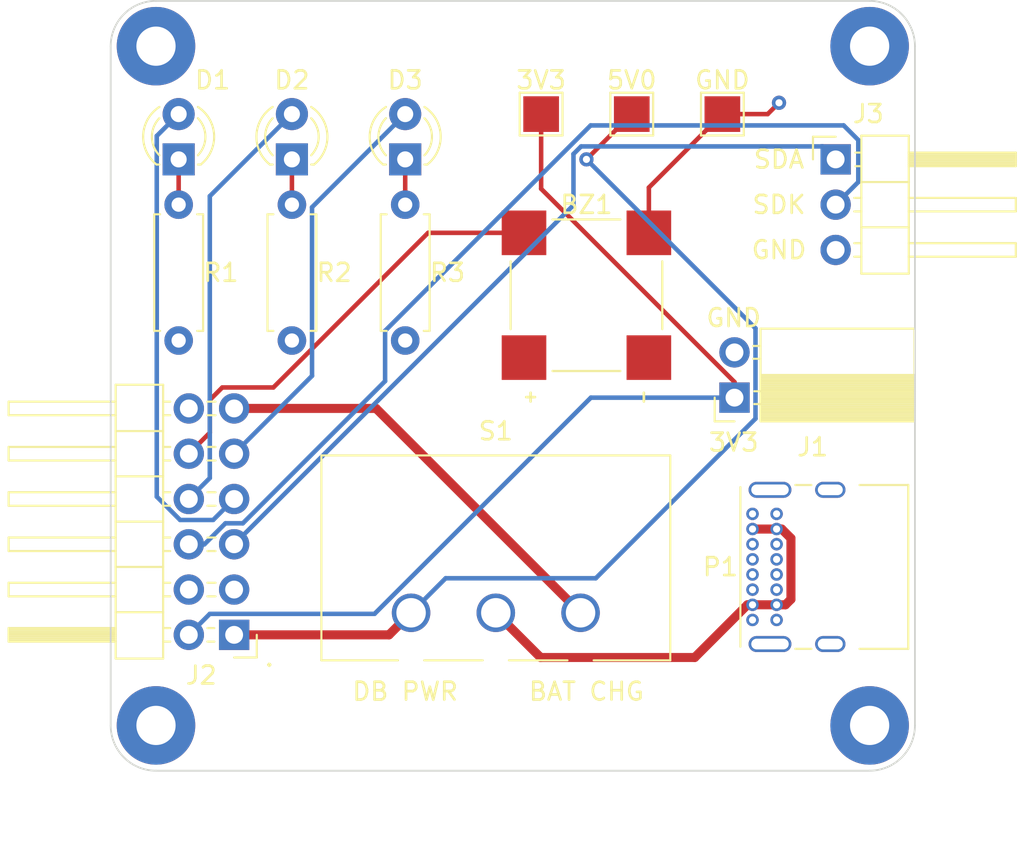
<source format=kicad_pcb>
(kicad_pcb (version 20211014) (generator pcbnew)
  (layers (0 "F.Cu" signal) (1 "In1.Cu" signal) (2 "In2.Cu" signal) (31 "B.Cu" signal) (34 "B.Paste" user) (35 "F.Paste" user) (36 "B.SilkS" user "B.Silkscreen") (37 "F.SilkS" user "F.Silkscreen") (38 "B.Mask" user) (39 "F.Mask" user) (44 "Edge.Cuts" user))
  (net 0 "")
  (net 1 "Buzzer{slash}GPIO_1")
  (net 2 "GND")
  (net 3 "Net-(D1-Pad1)")
  (net 4 "LED_1")
  (net 5 "Net-(D2-Pad1)")
  (net 6 "LED_2")
  (net 7 "Net-(D3-Pad1)")
  (net 8 "LED_3")
  (net 9 "3V3_OUT")
  (net 10 "5V0_IN")
  (net 11 "I2C_SDA")
  (net 12 "I2C_SDK")
  (net 13 "5V0-CHG")
  (net 14 "GND-CHG")
  (net 15 "5VUSB")
  (footprint "Connector_PinHeader_2.54mm:PinHeader_1x03_P2.54mm_Horizontal" (layer "F.Cu") (at 138.43 82.55)
    (fp_text reference "J3" (at 1.835 -2.555 180) (layer "F.SilkS"))
    (fp_text value "Conn_01x03" hide)
    (fp_line (start 4.1 -0.32) (end 10.1 -0.32) (layer "F.SilkS") (width 0.12))
    (fp_line (start 4.1 0.28) (end 10.1 0.28) (layer "F.SilkS") (width 0.12))
    (fp_line (start 10.1 2.92) (end 4.1 2.92) (layer "F.SilkS") (width 0.12))
    (fp_line (start 10.1 2.16) (end 10.1 2.92) (layer "F.SilkS") (width 0.12))
    (fp_line (start -1.27 0) (end -1.27 -1.27) (layer "F.SilkS") (width 0.12))
    (fp_line (start 1.44 6.41) (end 4.1 6.41) (layer "F.SilkS") (width 0.12))
    (fp_line (start 4.1 4.7) (end 10.1 4.7) (layer "F.SilkS") (width 0.12))
    (fp_line (start 4.1 -0.2) (end 10.1 -0.2) (layer "F.SilkS") (width 0.12))
    (fp_line (start 10.1 4.7) (end 10.1 5.46) (layer "F.SilkS") (width 0.12))
    (fp_line (start 4.1 0.04) (end 10.1 0.04) (layer "F.SilkS") (width 0.12))
    (fp_line (start 4.1 -0.08) (end 10.1 -0.08) (layer "F.SilkS") (width 0.12))
    (fp_line (start 4.1 -0.38) (end 10.1 -0.38) (layer "F.SilkS") (width 0.12))
    (fp_line (start 10.1 0.38) (end 4.1 0.38) (layer "F.SilkS") (width 0.12))
    (fp_line (start 1.042929 4.7) (end 1.44 4.7) (layer "F.SilkS") (width 0.12))
    (fp_line (start 1.042929 2.92) (end 1.44 2.92) (layer "F.SilkS") (width 0.12))
    (fp_line (start 10.1 5.46) (end 4.1 5.46) (layer "F.SilkS") (width 0.12))
    (fp_line (start 10.1 -0.38) (end 10.1 0.38) (layer "F.SilkS") (width 0.12))
    (fp_line (start 1.11 -0.38) (end 1.44 -0.38) (layer "F.SilkS") (width 0.12))
    (fp_line (start 1.11 0.38) (end 1.44 0.38) (layer "F.SilkS") (width 0.12))
    (fp_line (start 4.1 6.41) (end 4.1 -1.33) (layer "F.SilkS") (width 0.12))
    (fp_line (start 1.44 -1.33) (end 1.44 6.41) (layer "F.SilkS") (width 0.12))
    (fp_line (start 1.44 3.81) (end 4.1 3.81) (layer "F.SilkS") (width 0.12))
    (fp_line (start -1.27 -1.27) (end 0 -1.27) (layer "F.SilkS") (width 0.12))
    (fp_line (start 1.44 1.27) (end 4.1 1.27) (layer "F.SilkS") (width 0.12))
    (fp_line (start 1.042929 5.46) (end 1.44 5.46) (layer "F.SilkS") (width 0.12))
    (fp_line (start 1.042929 2.16) (end 1.44 2.16) (layer "F.SilkS") (width 0.12))
    (fp_line (start 4.1 0.16) (end 10.1 0.16) (layer "F.SilkS") (width 0.12))
    (fp_line (start 4.1 -1.33) (end 1.44 -1.33) (layer "F.SilkS") (width 0.12))
    (fp_line (start 4.1 2.16) (end 10.1 2.16) (layer "F.SilkS") (width 0.12))
    (pad "1" thru_hole rect (at 0 0) (size 1.7 1.7) (drill 1) (layers *.Cu *.Mask) (net 11 "I2C_SDA"))
    (pad "2" thru_hole oval (at 0 2.54) (size 1.7 1.7) (drill 1) (layers *.Cu *.Mask) (net 12 "I2C_SDK"))
    (pad "3" thru_hole oval (at 0 5.08) (size 1.7 1.7) (drill 1) (layers *.Cu *.Mask) (net 2 "GND"))
  )
  (footprint "MountingHole:MountingHole_2.2mm_M2_Pad" (layer "F.Cu") (at 100.33 76.2)
    (fp_text reference "H1" hide)
    (fp_text value "MountingHole" hide)
    (pad "1" thru_hole circle (at 0 0) (size 4.4 4.4) (drill 2.2) (layers *.Cu *.Mask))
  )
  (footprint "Connector_PinSocket_2.54mm:PinSocket_1x02_P2.54mm_Horizontal" (layer "F.Cu") (at 132.76 95.915 180)
    (fp_text reference "J1" (at -4.38 -2.77) (layer "F.SilkS"))
    (fp_text value "Conn_01x02_Female" hide)
    (fp_line (start -10.09 -1.33) (end -1.46 -1.33) (layer "F.SilkS") (width 0.12))
    (fp_line (start -10.09 0.089045) (end -1.46 0.089045) (layer "F.SilkS") (width 0.12))
    (fp_line (start -10.09 -0.97381) (end -1.46 -0.97381) (layer "F.SilkS") (width 0.12))
    (fp_line (start -10.09 -0.02905) (end -1.46 -0.02905) (layer "F.SilkS") (width 0.12))
    (fp_line (start -1.46 -1.33) (end -1.46 3.87) (layer "F.SilkS") (width 0.12))
    (fp_line (start -10.09 1.033805) (end -1.46 1.033805) (layer "F.SilkS") (width 0.12))
    (fp_line (start 1.11 -1.33) (end 1.11 0) (layer "F.SilkS") (width 0.12))
    (fp_line (start -10.09 -0.50143) (end -1.46 -0.50143) (layer "F.SilkS") (width 0.12))
    (fp_line (start -10.09 0.561425) (end -1.46 0.561425) (layer "F.SilkS") (width 0.12))
    (fp_line (start -10.09 0.325235) (end -1.46 0.325235) (layer "F.SilkS") (width 0.12))
    (fp_line (start -10.09 -0.619525) (end -1.46 -0.619525) (layer "F.SilkS") (width 0.12))
    (fp_line (start -10.09 -0.26524) (end -1.46 -0.26524) (layer "F.SilkS") (width 0.12))
    (fp_line (start -10.09 0.44333) (end -1.46 0.44333) (layer "F.SilkS") (width 0.12))
    (fp_line (start -1.46 2.18) (end -1.05 2.18) (layer "F.SilkS") (width 0.12))
    (fp_line (start -1.46 0.36) (end -1.11 0.36) (layer "F.SilkS") (width 0.12))
    (fp_line (start -10.09 0.20714) (end -1.46 0.20714) (layer "F.SilkS") (width 0.12))
    (fp_line (start -10.09 0.91571) (end -1.46 0.91571) (layer "F.SilkS") (width 0.12))
    (fp_line (start -10.09 -0.73762) (end -1.46 -0.73762) (layer "F.SilkS") (width 0.12))
    (fp_line (start -10.09 0.797615) (end -1.46 0.797615) (layer "F.SilkS") (width 0.12))
    (fp_line (start -10.09 1.27) (end -1.46 1.27) (layer "F.SilkS") (width 0.12))
    (fp_line (start 0 -1.33) (end 1.11 -1.33) (layer "F.SilkS") (width 0.12))
    (fp_line (start -10.09 -1.091905) (end -1.46 -1.091905) (layer "F.SilkS") (width 0.12))
    (fp_line (start -10.09 -0.855715) (end -1.46 -0.855715) (layer "F.SilkS") (width 0.12))
    (fp_line (start -1.46 2.9) (end -1.05 2.9) (layer "F.SilkS") (width 0.12))
    (fp_line (start -10.09 -1.33) (end -10.09 3.87) (layer "F.SilkS") (width 0.12))
    (fp_line (start -10.09 -1.21) (end -1.46 -1.21) (layer "F.SilkS") (width 0.12))
    (fp_line (start -10.09 3.87) (end -1.46 3.87) (layer "F.SilkS") (width 0.12))
    (fp_line (start -10.09 0.67952) (end -1.46 0.67952) (layer "F.SilkS") (width 0.12))
    (fp_line (start -10.09 1.1519) (end -1.46 1.1519) (layer "F.SilkS") (width 0.12))
    (fp_line (start -1.46 -0.36) (end -1.11 -0.36) (layer "F.SilkS") (width 0.12))
    (fp_line (start -10.09 -0.147145) (end -1.46 -0.147145) (layer "F.SilkS") (width 0.12))
    (fp_line (start -10.09 -0.383335) (end -1.46 -0.383335) (layer "F.SilkS") (width 0.12))
    (pad "1" thru_hole rect (at 0 0 180) (size 1.7 1.7) (drill 1) (layers *.Cu *.Mask) (net 9 "3V3_OUT"))
    (pad "2" thru_hole oval (at 0 2.54 180) (size 1.7 1.7) (drill 1) (layers *.Cu *.Mask) (net 2 "GND"))
  )
  (footprint "Resistor_THT:R_Axial_DIN0207_L6.3mm_D2.5mm_P7.62mm_Horizontal" (layer "F.Cu") (at 107.95 85.09 -90)
    (fp_text reference "R2" (at 3.81 -2.37 180) (layer "F.SilkS"))
    (fp_text value "R")
    (fp_line (start 0.54 -1.37) (end 7.08 -1.37) (layer "F.SilkS") (width 0.12))
    (fp_line (start 0.54 -1.04) (end 0.54 -1.37) (layer "F.SilkS") (width 0.12))
    (fp_line (start 7.08 1.37) (end 7.08 1.04) (layer "F.SilkS") (width 0.12))
    (fp_line (start 7.08 -1.37) (end 7.08 -1.04) (layer "F.SilkS") (width 0.12))
    (fp_line (start 0.54 1.04) (end 0.54 1.37) (layer "F.SilkS") (width 0.12))
    (fp_line (start 0.54 1.37) (end 7.08 1.37) (layer "F.SilkS") (width 0.12))
    (pad "1" thru_hole circle (at 0 0 270) (size 1.6 1.6) (drill 0.8) (layers *.Cu *.Mask) (net 5 "Net-(D2-Pad1)"))
    (pad "2" thru_hole oval (at 7.62 0 270) (size 1.6 1.6) (drill 0.8) (layers *.Cu *.Mask) (net 2 "GND"))
  )
  (footprint "LED_THT:LED_D3.0mm" (layer "F.Cu") (at 101.6 82.55 90)
    (fp_text reference "D1" (at 4.445 1.905 180) (layer "F.SilkS"))
    (fp_text value "RED" hide)
    (fp_line (start -0.29 1.08) (end -0.29 1.236) (layer "F.SilkS") (width 0.12))
    (fp_line (start -0.29 -1.236) (end -0.29 -1.08) (layer "F.SilkS") (width 0.12))
    (fp_arc (start -0.29 -1.235516) (mid 1.366487 -1.987659) (end 2.942335 -1.078608) (layer "F.SilkS") (width 0.12))
    (fp_arc (start 2.942335 1.078608) (mid 1.366487 1.987659) (end -0.29 1.235516) (layer "F.SilkS") (width 0.12))
    (fp_arc (start 2.31113 1.079837) (mid 1.270117 1.5) (end 0.229039 1.08) (layer "F.SilkS") (width 0.12))
    (fp_arc (start 0.229039 -1.08) (mid 1.270117 -1.5) (end 2.31113 -1.079837) (layer "F.SilkS") (width 0.12))
    (pad "1" thru_hole rect (at 0 0 90) (size 1.8 1.8) (drill 0.9) (layers *.Cu *.Mask) (net 3 "Net-(D1-Pad1)"))
    (pad "2" thru_hole circle (at 2.54 0 90) (size 1.8 1.8) (drill 0.9) (layers *.Cu *.Mask) (net 4 "LED_1"))
  )
  (footprint "Connector_PinHeader_2.54mm:PinHeader_2x06_P2.54mm_Horizontal" (layer "F.Cu") (at 104.71 109.22 180)
    (fp_text reference "J2" (at 1.84 -2.27) (layer "F.SilkS"))
    (fp_text value "Conn_02x06_Counter_Clockwise" hide)
    (fp_line (start 3.582929 12.32) (end 3.98 12.32) (layer "F.SilkS") (width 0.12))
    (fp_line (start 6.64 4.7) (end 12.64 4.7) (layer "F.SilkS") (width 0.12))
    (fp_line (start 3.582929 4.7) (end 3.98 4.7) (layer "F.SilkS") (width 0.12))
    (fp_line (start 1.042929 13.08) (end 1.497071 13.08) (layer "F.SilkS") (width 0.12))
    (fp_line (start 6.64 9.78) (end 12.64 9.78) (layer "F.SilkS") (width 0.12))
    (fp_line (start 3.582929 2.16) (end 3.98 2.16) (layer "F.SilkS") (width 0.12))
    (fp_line (start 3.582929 7.24) (end 3.98 7.24) (layer "F.SilkS") (width 0.12))
    (fp_line (start 3.98 14.03) (end 6.64 14.03) (layer "F.SilkS") (width 0.12))
    (fp_line (start 3.98 1.27) (end 6.64 1.27) (layer "F.SilkS") (width 0.12))
    (fp_line (start 12.64 13.08) (end 6.64 13.08) (layer "F.SilkS") (width 0.12))
    (fp_line (start 1.042929 2.16) (end 1.497071 2.16) (layer "F.SilkS") (width 0.12))
    (fp_line (start 12.64 4.7) (end 12.64 5.46) (layer "F.SilkS") (width 0.12))
    (fp_line (start 3.582929 0.38) (end 3.98 0.38) (layer "F.SilkS") (width 0.12))
    (fp_line (start 12.64 7.24) (end 12.64 8) (layer "F.SilkS") (width 0.12))
    (fp_line (start 12.64 9.78) (end 12.64 10.54) (layer "F.SilkS") (width 0.12))
    (fp_line (start 1.042929 8) (end 1.497071 8) (layer "F.SilkS") (width 0.12))
    (fp_line (start 1.11 -0.38) (end 1.497071 -0.38) (layer "F.SilkS") (width 0.12))
    (fp_line (start 3.582929 2.92) (end 3.98 2.92) (layer "F.SilkS") (width 0.12))
    (fp_line (start 3.582929 9.78) (end 3.98 9.78) (layer "F.SilkS") (width 0.12))
    (fp_line (start 12.64 10.54) (end 6.64 10.54) (layer "F.SilkS") (width 0.12))
    (fp_line (start 6.64 0.16) (end 12.64 0.16) (layer "F.SilkS") (width 0.12))
    (fp_line (start 3.98 -1.33) (end 3.98 14.03) (layer "F.SilkS") (width 0.12))
    (fp_line (start -1.27 0) (end -1.27 -1.27) (layer "F.SilkS") (width 0.12))
    (fp_line (start 6.64 -0.2) (end 12.64 -0.2) (layer "F.SilkS") (width 0.12))
    (fp_line (start 1.042929 12.32) (end 1.497071 12.32) (layer "F.SilkS") (width 0.12))
    (fp_line (start 6.64 -0.38) (end 12.64 -0.38) (layer "F.SilkS") (width 0.12))
    (fp_line (start 1.042929 7.24) (end 1.497071 7.24) (layer "F.SilkS") (width 0.12))
    (fp_line (start 6.64 -1.33) (end 3.98 -1.33) (layer "F.SilkS") (width 0.12))
    (fp_line (start 3.582929 5.46) (end 3.98 5.46) (layer "F.SilkS") (width 0.12))
    (fp_line (start 3.98 8.89) (end 6.64 8.89) (layer "F.SilkS") (width 0.12))
    (fp_line (start 6.64 2.16) (end 12.64 2.16) (layer "F.SilkS") (width 0.12))
    (fp_line (start 1.042929 10.54) (end 1.497071 10.54) (layer "F.SilkS") (width 0.12))
    (fp_line (start 6.64 -0.32) (end 12.64 -0.32) (layer "F.SilkS") (width 0.12))
    (fp_line (start 1.042929 2.92) (end 1.497071 2.92) (layer "F.SilkS") (width 0.12))
    (fp_line (start 12.64 2.92) (end 6.64 2.92) (layer "F.SilkS") (width 0.12))
    (fp_line (start 3.98 3.81) (end 6.64 3.81) (layer "F.SilkS") (width 0.12))
    (fp_line (start 6.64 0.04) (end 12.64 0.04) (layer "F.SilkS") (width 0.12))
    (fp_line (start 12.64 0.38) (end 6.64 0.38) (layer "F.SilkS") (width 0.12))
    (fp_line (start 1.042929 5.46) (end 1.497071 5.46) (layer "F.SilkS") (width 0.12))
    (fp_line (start 12.64 12.32) (end 12.64 13.08) (layer "F.SilkS") (width 0.12))
    (fp_line (start 3.582929 8) (end 3.98 8) (layer "F.SilkS") (width 0.12))
    (fp_line (start 3.582929 -0.38) (end 3.98 -0.38) (layer "F.SilkS") (width 0.12))
    (fp_line (start 12.64 -0.38) (end 12.64 0.38) (layer "F.SilkS") (width 0.12))
    (fp_line (start 3.582929 10.54) (end 3.98 10.54) (layer "F.SilkS") (width 0.12))
    (fp_line (start 12.64 8) (end 6.64 8) (layer "F.SilkS") (width 0.12))
    (fp_line (start 1.042929 4.7) (end 1.497071 4.7) (layer "F.SilkS") (width 0.12))
    (fp_line (start 1.042929 9.78) (end 1.497071 9.78) (layer "F.SilkS") (width 0.12))
    (fp_line (start 6.64 0.28) (end 12.64 0.28) (layer "F.SilkS") (width 0.12))
    (fp_line (start 1.11 0.38) (end 1.497071 0.38) (layer "F.SilkS") (width 0.12))
    (fp_line (start 3.98 11.43) (end 6.64 11.43) (layer "F.SilkS") (width 0.12))
    (fp_line (start 3.98 6.35) (end 6.64 6.35) (layer "F.SilkS") (width 0.12))
    (fp_line (start 6.64 12.32) (end 12.64 12.32) (layer "F.SilkS") (width 0.12))
    (fp_line (start 6.64 -0.08) (end 12.64 -0.08) (layer "F.SilkS") (width 0.12))
    (fp_line (start 12.64 5.46) (end 6.64 5.46) (layer "F.SilkS") (width 0.12))
    (fp_line (start 12.64 2.16) (end 12.64 2.92) (layer "F.SilkS") (width 0.12))
    (fp_line (start 3.582929 13.08) (end 3.98 13.08) (layer "F.SilkS") (width 0.12))
    (fp_line (start 6.64 14.03) (end 6.64 -1.33) (layer "F.SilkS") (width 0.12))
    (fp_line (start -1.27 -1.27) (end 0 -1.27) (layer "F.SilkS") (width 0.12))
    (fp_line (start 6.64 7.24) (end 12.64 7.24) (layer "F.SilkS") (width 0.12))
    (pad "1" thru_hole rect (at 0 0 180) (size 1.7 1.7) (drill 1) (layers *.Cu *.Mask) (net 10 "5V0_IN"))
    (pad "2" thru_hole oval (at 2.54 0 180) (size 1.7 1.7) (drill 1) (layers *.Cu *.Mask) (net 9 "3V3_OUT"))
    (pad "3" thru_hole oval (at 0 2.54 180) (size 1.7 1.7) (drill 1) (layers *.Cu *.Mask) (net 2 "GND"))
    (pad "4" thru_hole oval (at 2.54 2.54 180) (size 1.7 1.7) (drill 1) (layers *.Cu *.Mask) (net 2 "GND"))
    (pad "5" thru_hole oval (at 0 5.08 180) (size 1.7 1.7) (drill 1) (layers *.Cu *.Mask) (net 11 "I2C_SDA"))
    (pad "6" thru_hole oval (at 2.54 5.08 180) (size 1.7 1.7) (drill 1) (layers *.Cu *.Mask) (net 12 "I2C_SDK"))
    (pad "7" thru_hole oval (at 0 7.62 180) (size 1.7 1.7) (drill 1) (layers *.Cu *.Mask) (net 4 "LED_1"))
    (pad "8" thru_hole oval (at 2.54 7.62 180) (size 1.7 1.7) (drill 1) (layers *.Cu *.Mask) (net 6 "LED_2"))
    (pad "9" thru_hole oval (at 0 10.16 180) (size 1.7 1.7) (drill 1) (layers *.Cu *.Mask) (net 8 "LED_3"))
    (pad "10" thru_hole oval (at 2.54 10.16 180) (size 1.7 1.7) (drill 1) (layers *.Cu *.Mask) (net 1 "Buzzer{slash}GPIO_1"))
    (pad "11" thru_hole oval (at 0 12.7 180) (size 1.7 1.7) (drill 1) (layers *.Cu *.Mask) (net 13 "5V0-CHG"))
    (pad "12" thru_hole oval (at 2.54 12.7 180) (size 1.7 1.7) (drill 1) (layers *.Cu *.Mask) (net 14 "GND-CHG"))
  )
  (footprint "Connector_USB:USB_C_Receptacle_GCT_USB4085" (layer "F.Cu") (at 133.77 108.385 90)
    (fp_text reference "P1" (at 2.975 -1.8 180) (layer "F.SilkS"))
    (fp_text value "USB_C_Plug_USB2.0" hide)
    (fp_line (start -1.62 6) (end -1.62 8.73) (layer "F.SilkS") (width 0.12))
    (fp_line (start 7.57 2.4) (end 7.57 3.3) (layer "F.SilkS") (width 0.12))
    (fp_line (start -1.62 2.4) (end -1.62 3.3) (layer "F.SilkS") (width 0.12))
    (fp_line (start 7.57 6) (end 7.57 8.73) (layer "F.SilkS") (width 0.12))
    (fp_line (start -1.62 8.73) (end 7.57 8.73) (layer "F.SilkS") (width 0.12))
    (fp_line (start -1.5 -0.68) (end 7.45 -0.68) (layer "F.SilkS") (width 0.12))
    (pad "A1" thru_hole circle (at 0 0 90) (size 0.7 0.7) (drill 0.4) (layers *.Cu *.Mask) (net 2 "GND"))
    (pad "A4" thru_hole circle (at 0.85 0 90) (size 0.7 0.7) (drill 0.4) (layers *.Cu *.Mask) (net 15 "5VUSB"))
    (pad "A5" thru_hole circle (at 1.7 0 90) (size 0.7 0.7) (drill 0.4) (layers *.Cu *.Mask))
    (pad "A6" thru_hole circle (at 2.55 0 90) (size 0.7 0.7) (drill 0.4) (layers *.Cu *.Mask))
    (pad "A7" thru_hole circle (at 3.4 0 90) (size 0.7 0.7) (drill 0.4) (layers *.Cu *.Mask))
    (pad "A8" thru_hole circle (at 4.25 0 90) (size 0.7 0.7) (drill 0.4) (layers *.Cu *.Mask))
    (pad "A9" thru_hole circle (at 5.1 0 90) (size 0.7 0.7) (drill 0.4) (layers *.Cu *.Mask) (net 15 "5VUSB"))
    (pad "A12" thru_hole circle (at 5.95 0 90) (size 0.7 0.7) (drill 0.4) (layers *.Cu *.Mask) (net 2 "GND"))
    (pad "B1" thru_hole circle (at 5.95 1.35 90) (size 0.7 0.7) (drill 0.4) (layers *.Cu *.Mask) (net 2 "GND"))
    (pad "B4" thru_hole circle (at 5.1 1.35 90) (size 0.7 0.7) (drill 0.4) (layers *.Cu *.Mask) (net 15 "5VUSB"))
    (pad "B5" thru_hole circle (at 4.25 1.35 90) (size 0.7 0.7) (drill 0.4) (layers *.Cu *.Mask))
    (pad "B6" thru_hole circle (at 3.4 1.35 90) (size 0.7 0.7) (drill 0.4) (layers *.Cu *.Mask))
    (pad "B7" thru_hole circle (at 2.55 1.35 90) (size 0.7 0.7) (drill 0.4) (layers *.Cu *.Mask))
    (pad "B8" thru_hole circle (at 1.7 1.35 90) (size 0.7 0.7) (drill 0.4) (layers *.Cu *.Mask))
    (pad "B9" thru_hole circle (at 0.85 1.35 90) (size 0.7 0.7) (drill 0.4) (layers *.Cu *.Mask) (net 15 "5VUSB"))
    (pad "B12" thru_hole circle (at 0 1.35 90) (size 0.7 0.7) (drill 0.4) (layers *.Cu *.Mask) (net 2 "GND"))
    (pad "S1" thru_hole oval (at -1.35 4.36 90) (size 0.9 1.7) (drill oval 0.6 1.4) (layers *.Cu *.Mask) (net 2 "GND"))
    (pad "S1" thru_hole oval (at 7.3 0.98 90) (size 0.9 2.4) (drill oval 0.6 2.1) (layers *.Cu *.Mask) (net 2 "GND"))
    (pad "S1" thru_hole oval (at -1.35 0.98 90) (size 0.9 2.4) (drill oval 0.6 2.1) (layers *.Cu *.Mask) (net 2 "GND"))
    (pad "S1" thru_hole oval (at 7.3 4.36 90) (size 0.9 1.7) (drill oval 0.6 1.4) (layers *.Cu *.Mask) (net 2 "GND"))
  )
  (footprint "TestPoint:TestPoint_Pad_2.0x2.0mm" (layer "F.Cu") (at 132.08 80.01)
    (fp_text reference "GND" (at 0 -1.905 180) (layer "F.SilkS"))
    (fp_text value "TestPoint" hide)
    (fp_line (start -1.2 -1.2) (end 1.2 -1.2) (layer "F.SilkS") (width 0.12))
    (fp_line (start 1.2 -1.2) (end 1.2 1.2) (layer "F.SilkS") (width 0.12))
    (fp_line (start -1.2 1.2) (end -1.2 -1.2) (layer "F.SilkS") (width 0.12))
    (fp_line (start 1.2 1.2) (end -1.2 1.2) (layer "F.SilkS") (width 0.12))
    (pad "1" smd rect (at 0 0) (size 2 2) (layers "F.Cu" "F.Mask") (net 2 "GND"))
  )
  (footprint "Daughterboard_footprints:XDCR_CMT-8504-100-SMT-TR" (layer "F.Cu") (at 124.46 90.17 90)
    (fp_text reference "BZ1" (at 5.08 0 180) (layer "F.SilkS"))
    (fp_text value "Buzzer")
    (fp_text user "-" (at -5.715 3.175 90) (layer "F.SilkS") (effects (font (size 0.64 0.64))))
    (fp_text user "+" (at -5.715 -3.175 90) (layer "F.SilkS") (effects (font (size 0.64 0.64))))
    (fp_line (start 4.25 1.9) (end 4.25 -1.9) (layer "F.SilkS") (width 0.127))
    (fp_line (start -1.9 4.25) (end 1.9 4.25) (layer "F.SilkS") (width 0.127))
    (fp_line (start 1.9 -4.25) (end -1.9 -4.25) (layer "F.SilkS") (width 0.127))
    (fp_line (start -4.25 -1.9) (end -4.25 1.9) (layer "F.SilkS") (width 0.127))
    (pad "1" smd rect locked (at 3.5 -3.5 90) (size 2.5 2.5) (layers "F.Cu" "F.Paste" "F.Mask") (net 1 "Buzzer{slash}GPIO_1"))
    (pad "2" smd rect locked (at 3.5 3.5 90) (size 2.5 2.5) (layers "F.Cu" "F.Paste" "F.Mask") (net 2 "GND"))
    (pad "N" smd rect locked (at -3.5 3.5 90) (size 2.5 2.5) (layers "F.Cu" "F.Paste" "F.Mask"))
    (pad "P" smd rect locked (at -3.5 -3.5 90) (size 2.5 2.5) (layers "F.Cu" "F.Paste" "F.Mask"))
  )
  (footprint "MountingHole:MountingHole_2.2mm_M2_Pad" (layer "F.Cu") (at 100.33 114.3)
    (fp_text reference "H4" hide)
    (fp_text value "MountingHole" hide)
    (pad "1" thru_hole circle (at 0 0) (size 4.4 4.4) (drill 2.2) (layers *.Cu *.Mask))
  )
  (footprint "MountingHole:MountingHole_2.2mm_M2_Pad" (layer "F.Cu") (at 140.335 76.2)
    (fp_text reference "H2" hide)
    (fp_text value "MountingHole" hide)
    (pad "1" thru_hole circle (at 0 0) (size 4.4 4.4) (drill 2.2) (layers *.Cu *.Mask))
  )
  (footprint "MountingHole:MountingHole_2.2mm_M2_Pad" (layer "F.Cu") (at 140.335 114.3)
    (fp_text reference "H3" hide)
    (fp_text value "MountingHole" hide)
    (pad "1" thru_hole circle (at 0 0) (size 4.4 4.4) (drill 2.2) (layers *.Cu *.Mask))
  )
  (footprint "Resistor_THT:R_Axial_DIN0207_L6.3mm_D2.5mm_P7.62mm_Horizontal" (layer "F.Cu") (at 114.3 85.09 -90)
    (fp_text reference "R3" (at 3.81 -2.37 180) (layer "F.SilkS"))
    (fp_text value "R")
    (fp_line (start 7.08 1.37) (end 7.08 1.04) (layer "F.SilkS") (width 0.12))
    (fp_line (start 0.54 1.04) (end 0.54 1.37) (layer "F.SilkS") (width 0.12))
    (fp_line (start 0.54 1.37) (end 7.08 1.37) (layer "F.SilkS") (width 0.12))
    (fp_line (start 7.08 -1.37) (end 7.08 -1.04) (layer "F.SilkS") (width 0.12))
    (fp_line (start 0.54 -1.37) (end 7.08 -1.37) (layer "F.SilkS") (width 0.12))
    (fp_line (start 0.54 -1.04) (end 0.54 -1.37) (layer "F.SilkS") (width 0.12))
    (pad "1" thru_hole circle (at 0 0 270) (size 1.6 1.6) (drill 0.8) (layers *.Cu *.Mask) (net 7 "Net-(D3-Pad1)"))
    (pad "2" thru_hole oval (at 7.62 0 270) (size 1.6 1.6) (drill 0.8) (layers *.Cu *.Mask) (net 2 "GND"))
  )
  (footprint "TestPoint:TestPoint_Pad_2.0x2.0mm" (layer "F.Cu") (at 121.92 80.01)
    (fp_text reference "3V3" (at 0 -1.905 180) (layer "F.SilkS"))
    (fp_text value "TestPoint" hide)
    (fp_line (start 1.2 1.2) (end -1.2 1.2) (layer "F.SilkS") (width 0.12))
    (fp_line (start -1.2 1.2) (end -1.2 -1.2) (layer "F.SilkS") (width 0.12))
    (fp_line (start -1.2 -1.2) (end 1.2 -1.2) (layer "F.SilkS") (width 0.12))
    (fp_line (start 1.2 -1.2) (end 1.2 1.2) (layer "F.SilkS") (width 0.12))
    (pad "1" smd rect (at 0 0) (size 2 2) (layers "F.Cu" "F.Mask") (net 9 "3V3_OUT"))
  )
  (footprint "TestPoint:TestPoint_Pad_2.0x2.0mm" (layer "F.Cu") (at 127 80.01)
    (fp_text reference "5V0" (at 0 -1.905 180) (layer "F.SilkS"))
    (fp_text value "TestPoint" hide)
    (fp_line (start -1.2 -1.2) (end 1.2 -1.2) (layer "F.SilkS") (width 0.12))
    (fp_line (start -1.2 1.2) (end -1.2 -1.2) (layer "F.SilkS") (width 0.12))
    (fp_line (start 1.2 -1.2) (end 1.2 1.2) (layer "F.SilkS") (width 0.12))
    (fp_line (start 1.2 1.2) (end -1.2 1.2) (layer "F.SilkS") (width 0.12))
    (pad "1" smd rect (at 0 0) (size 2 2) (layers "F.Cu" "F.Mask") (net 10 "5V0_IN"))
  )
  (footprint "Resistor_THT:R_Axial_DIN0207_L6.3mm_D2.5mm_P7.62mm_Horizontal" (layer "F.Cu") (at 101.6 85.09 -90)
    (fp_text reference "R1" (at 3.81 -2.37 180) (layer "F.SilkS"))
    (fp_text value "R")
    (fp_line (start 0.54 -1.37) (end 7.08 -1.37) (layer "F.SilkS") (width 0.12))
    (fp_line (start 0.54 1.04) (end 0.54 1.37) (layer "F.SilkS") (width 0.12))
    (fp_line (start 0.54 -1.04) (end 0.54 -1.37) (layer "F.SilkS") (width 0.12))
    (fp_line (start 7.08 1.37) (end 7.08 1.04) (layer "F.SilkS") (width 0.12))
    (fp_line (start 7.08 -1.37) (end 7.08 -1.04) (layer "F.SilkS") (width 0.12))
    (fp_line (start 0.54 1.37) (end 7.08 1.37) (layer "F.SilkS") (width 0.12))
    (pad "1" thru_hole circle (at 0 0 270) (size 1.6 1.6) (drill 0.8) (layers *.Cu *.Mask) (net 3 "Net-(D1-Pad1)"))
    (pad "2" thru_hole oval (at 7.62 0 270) (size 1.6 1.6) (drill 0.8) (layers *.Cu *.Mask) (net 2 "GND"))
  )
  (footprint "LED_THT:LED_D3.0mm" (layer "F.Cu") (at 107.95 82.55 90)
    (fp_text reference "D2" (at 4.445 0 180) (layer "F.SilkS"))
    (fp_text value "YLW" hide)
    (fp_line (start -0.29 1.08) (end -0.29 1.236) (layer "F.SilkS") (width 0.12))
    (fp_line (start -0.29 -1.236) (end -0.29 -1.08) (layer "F.SilkS") (width 0.12))
    (fp_arc (start 0.229039 -1.08) (mid 1.270117 -1.5) (end 2.31113 -1.079837) (layer "F.SilkS") (width 0.12))
    (fp_arc (start 2.31113 1.079837) (mid 1.270117 1.5) (end 0.229039 1.08) (layer "F.SilkS") (width 0.12))
    (fp_arc (start 2.942335 1.078608) (mid 1.366487 1.987659) (end -0.29 1.235516) (layer "F.SilkS") (width 0.12))
    (fp_arc (start -0.29 -1.235516) (mid 1.366487 -1.987659) (end 2.942335 -1.078608) (layer "F.SilkS") (width 0.12))
    (pad "1" thru_hole rect (at 0 0 90) (size 1.8 1.8) (drill 0.9) (layers *.Cu *.Mask) (net 5 "Net-(D2-Pad1)"))
    (pad "2" thru_hole circle (at 2.54 0 90) (size 1.8 1.8) (drill 0.9) (layers *.Cu *.Mask) (net 6 "LED_2"))
  )
  (footprint "Daughterboard_footprints:L102021MS02Q" (layer "F.Cu") (at 124.130001 107.98225 180)
    (fp_text reference "U1" hide)
    (fp_text value "S1" (at 4.750001 10.19225) (layer "F.SilkS"))
    (fp_line (start 8.765985 -2.6665) (end 5.484017 -2.6665) (layer "F.SilkS") (width 0.12))
    (fp_line (start 4.015985 -2.6665) (end 0.734016 -2.6665) (layer "F.SilkS") (width 0.12))
    (fp_line (start -0.734016 -2.6665) (end -5.028999 -2.6665) (layer "F.SilkS") (width 0.12))
    (fp_line (start -5.028999 8.827) (end 14.529001 8.827) (layer "F.SilkS") (width 0.12))
    (fp_line (start -5.028999 -2.6665) (end -5.028999 8.827) (layer "F.SilkS") (width 0.12))
    (fp_line (start 14.529001 8.827) (end 14.529001 -2.6665) (layer "F.SilkS") (width 0.12))
    (fp_line (start 14.529001 -2.6665) (end 10.234017 -2.6665) (layer "F.SilkS") (width 0.12))
    (pad "1" thru_hole circle (at 0 0 180) (size 2.159 2.159) (drill 1.651) (layers *.Cu *.Mask) (net 13 "5V0-CHG"))
    (pad "2" thru_hole circle (at 4.750001 0 180) (size 2.159 2.159) (drill 1.651) (layers *.Cu *.Mask) (net 15 "5VUSB"))
    (pad "3" thru_hole circle (at 9.500001 0 180) (size 2.159 2.159) (drill 1.651) (layers *.Cu *.Mask) (net 10 "5V0_IN"))
  )
  (footprint "LED_THT:LED_D3.0mm" (layer "F.Cu") (at 114.3 82.55 90)
    (fp_text reference "D3" (at 4.445 0 180) (layer "F.SilkS"))
    (fp_text value "GRN" hide)
    (fp_line (start -0.29 1.08) (end -0.29 1.236) (layer "F.SilkS") (width 0.12))
    (fp_line (start -0.29 -1.236) (end -0.29 -1.08) (layer "F.SilkS") (width 0.12))
    (fp_arc (start 2.31113 1.079837) (mid 1.270117 1.5) (end 0.229039 1.08) (layer "F.SilkS") (width 0.12))
    (fp_arc (start 0.229039 -1.08) (mid 1.270117 -1.5) (end 2.31113 -1.079837) (layer "F.SilkS") (width 0.12))
    (fp_arc (start -0.29 -1.235516) (mid 1.366487 -1.987659) (end 2.942335 -1.078608) (layer "F.SilkS") (width 0.12))
    (fp_arc (start 2.942335 1.078608) (mid 1.366487 1.987659) (end -0.29 1.235516) (layer "F.SilkS") (width 0.12))
    (pad "1" thru_hole rect (at 0 0 90) (size 1.8 1.8) (drill 0.9) (layers *.Cu *.Mask) (net 7 "Net-(D3-Pad1)"))
    (pad "2" thru_hole circle (at 2.54 0 90) (size 1.8 1.8) (drill 0.9) (layers *.Cu *.Mask) (net 8 "LED_3"))
  )
  (gr_line (start 97.79 114.3) (end 97.79 76.2) (layer "Edge.Cuts") (width 0.1))
  (gr_arc (start 97.79 76.2) (mid 98.533949 74.403949) (end 100.33 73.66) (layer "Edge.Cuts") (width 0.1))
  (gr_arc (start 140.335 73.66) (mid 142.131051 74.403949) (end 142.875 76.2) (layer "Edge.Cuts") (width 0.1))
  (gr_line (start 100.33 73.66) (end 140.335 73.66) (layer "Edge.Cuts") (width 0.1))
  (gr_arc (start 142.875 114.3) (mid 142.131051 116.096051) (end 140.335 116.84) (layer "Edge.Cuts") (width 0.1))
  (gr_arc (start 100.33 116.84) (mid 98.533949 116.096051) (end 97.79 114.3) (layer "Edge.Cuts") (width 0.1))
  (gr_line (start 142.875 76.2) (end 142.875 114.3) (layer "Edge.Cuts") (width 0.1))
  (gr_line (start 140.335 116.84) (end 100.33 116.84) (layer "Edge.Cuts") (width 0.1))
  (gr_text "3V3\n" (at 132.715 98.425) (layer "F.SilkS") (effects (font (size 1 1))))
  (gr_text "SDA\n" (at 135.255 82.55) (layer "F.SilkS") (effects (font (size 1 1))))
  (gr_text "GND" (at 135.255 87.63) (layer "F.SilkS") (effects (font (size 1 1))))
  (gr_text "SDK" (at 135.255 85.09) (layer "F.SilkS") (effects (font (size 1 1))))
  (gr_text "BAT CHG\n" (at 124.46 112.395) (layer "F.SilkS") (effects (font (size 1 1))))
  (gr_text "DB PWR" (at 114.3 112.395) (layer "F.SilkS") (effects (font (size 1 1))))
  (gr_text "GND\n" (at 132.715 91.44) (layer "F.SilkS") (effects (font (size 1 1))))
  (gr_text "." (at 106.68 110.49) (layer "F.SilkS") (effects (font (size 1 1))))
  (segment (start 103.347 96.043) (end 103.347 97.883) (width 0.254) (layer "F.Cu") (net 1))
  (segment (start 103.347 97.883) (end 102.17 99.06) (width 0.254) (layer "F.Cu") (net 1))
  (segment (start 104.047 95.343) (end 103.347 96.043) (width 0.254) (layer "F.Cu") (net 1))
  (segment (start 106.910819 95.343) (end 104.047 95.343) (width 0.254) (layer "F.Cu") (net 1))
  (segment (start 120.96 86.67) (end 115.583819 86.67) (width 0.254) (layer "F.Cu") (net 1))
  (segment (start 115.583819 86.67) (end 106.910819 95.343) (width 0.254) (layer "F.Cu") (net 1))
  (segment (start 127.96 86.67) (end 127.96 84.13) (width 0.254) (layer "F.Cu") (net 2))
  (segment (start 132.08 80.01) (end 134.62 80.01) (width 0.254) (layer "F.Cu") (net 2))
  (segment (start 127.96 84.13) (end 132.08 80.01) (width 0.254) (layer "F.Cu") (net 2))
  (segment (start 134.62 80.01) (end 135.255 79.375) (width 0.254) (layer "F.Cu") (net 2))
  (via (at 135.255 79.375) (size 0.8) (drill 0.4) (layers "F.Cu" "B.Cu") (net 2))
  (segment (start 101.6 82.55) (end 101.6 85.09) (width 0.254) (layer "F.Cu") (net 3))
  (segment (start 103.533 102.777) (end 104.71 101.6) (width 0.254) (layer "B.Cu") (net 4))
  (segment (start 100.373 81.237) (end 100.373 101.46753) (width 0.254) (layer "B.Cu") (net 4))
  (segment (start 101.68247 102.777) (end 103.533 102.777) (width 0.254) (layer "B.Cu") (net 4))
  (segment (start 101.6 80.01) (end 100.373 81.237) (width 0.254) (layer "B.Cu") (net 4))
  (segment (start 100.373 101.46753) (end 101.68247 102.777) (width 0.254) (layer "B.Cu") (net 4))
  (segment (start 107.95 82.55) (end 107.95 85.09) (width 0.254) (layer "F.Cu") (net 5))
  (segment (start 103.347 100.423) (end 102.17 101.6) (width 0.254) (layer "B.Cu") (net 6))
  (segment (start 107.95 80.01) (end 103.347 84.613) (width 0.254) (layer "B.Cu") (net 6))
  (segment (start 103.347 84.613) (end 103.347 100.423) (width 0.254) (layer "B.Cu") (net 6))
  (segment (start 114.3 82.55) (end 114.3 85.09) (width 0.254) (layer "F.Cu") (net 7))
  (segment (start 109.077 94.693) (end 104.71 99.06) (width 0.254) (layer "B.Cu") (net 8))
  (segment (start 114.3 80.01) (end 109.077 85.233) (width 0.254) (layer "B.Cu") (net 8))
  (segment (start 109.077 85.233) (end 109.077 94.693) (width 0.254) (layer "B.Cu") (net 8))
  (segment (start 121.92 80.01) (end 121.92 84.19953) (width 0.254) (layer "F.Cu") (net 9))
  (segment (start 121.92 84.19953) (end 132.76 95.03953) (width 0.254) (layer "F.Cu") (net 9))
  (segment (start 132.76 95.03953) (end 132.76 95.915) (width 0.254) (layer "F.Cu") (net 9))
  (segment (start 112.580158 108.043) (end 124.708158 95.915) (width 0.254) (layer "B.Cu") (net 9))
  (segment (start 124.708158 95.915) (end 132.76 95.915) (width 0.254) (layer "B.Cu") (net 9))
  (segment (start 102.17 109.22) (end 103.347 108.043) (width 0.254) (layer "B.Cu") (net 9))
  (segment (start 103.347 108.043) (end 112.580158 108.043) (width 0.254) (layer "B.Cu") (net 9))
  (segment (start 114.63 107.98225) (end 113.39225 109.22) (width 0.508) (layer "F.Cu") (net 10))
  (segment (start 127 80.01) (end 124.46 82.55) (width 0.254) (layer "F.Cu") (net 10))
  (segment (start 113.39225 109.22) (end 104.71 109.22) (width 0.508) (layer "F.Cu") (net 10))
  (via (at 114.63 107.98225) (size 0.8) (drill 0.4) (layers "F.Cu" "B.Cu") (net 10))
  (via (at 124.46 82.55) (size 0.8) (drill 0.4) (layers "F.Cu" "B.Cu") (net 10))
  (segment (start 124.984 106.045) (end 116.56725 106.045) (width 0.254) (layer "B.Cu") (net 10))
  (segment (start 133.937 92.027) (end 133.937 97.092) (width 0.254) (layer "B.Cu") (net 10))
  (segment (start 116.56725 106.045) (end 114.63 107.98225) (width 0.254) (layer "B.Cu") (net 10))
  (segment (start 133.937 97.092) (end 124.984 106.045) (width 0.254) (layer "B.Cu") (net 10))
  (segment (start 124.46 82.55) (end 133.937 92.027) (width 0.254) (layer "B.Cu") (net 10))
  (segment (start 123.733 85.117) (end 123.733 82.248866) (width 0.254) (layer "B.Cu") (net 11))
  (segment (start 123.733 82.248866) (end 124.158866 81.823) (width 0.254) (layer "B.Cu") (net 11))
  (segment (start 124.158866 81.823) (end 137.703 81.823) (width 0.254) (layer "B.Cu") (net 11))
  (segment (start 137.703 81.823) (end 138.43 82.55) (width 0.254) (layer "B.Cu") (net 11))
  (segment (start 104.71 104.14) (end 123.733 85.117) (width 0.254) (layer "B.Cu") (net 11))
  (segment (start 138.879 80.645) (end 139.7 81.466) (width 0.254) (layer "B.Cu") (net 12))
  (segment (start 102.17 104.14) (end 103.04547 104.14) (width 0.254) (layer "B.Cu") (net 12))
  (segment (start 124.694814 80.645) (end 138.879 80.645) (width 0.254) (layer "B.Cu") (net 12))
  (segment (start 103.04547 104.14) (end 104.22247 102.963) (width 0.254) (layer "B.Cu") (net 12))
  (segment (start 139.7 83.82) (end 138.43 85.09) (width 0.254) (layer "B.Cu") (net 12))
  (segment (start 105.19753 102.963) (end 113.173 94.98753) (width 0.254) (layer "B.Cu") (net 12))
  (segment (start 113.173 94.98753) (end 113.173 92.166814) (width 0.254) (layer "B.Cu") (net 12))
  (segment (start 104.22247 102.963) (end 105.19753 102.963) (width 0.254) (layer "B.Cu") (net 12))
  (segment (start 139.7 81.466) (end 139.7 83.82) (width 0.254) (layer "B.Cu") (net 12))
  (segment (start 113.173 92.166814) (end 124.694814 80.645) (width 0.254) (layer "B.Cu") (net 12))
  (segment (start 112.667751 96.52) (end 104.71 96.52) (width 0.508) (layer "F.Cu") (net 13))
  (segment (start 124.130001 107.98225) (end 112.667751 96.52) (width 0.508) (layer "F.Cu") (net 13))
  (segment (start 135.12 107.535) (end 135.614974 107.535) (width 0.508) (layer "F.Cu") (net 15))
  (segment (start 135.924 103.801972) (end 135.407028 103.285) (width 0.508) (layer "F.Cu") (net 15))
  (segment (start 121.88775 110.49) (end 130.527972 110.49) (width 0.508) (layer "F.Cu") (net 15))
  (segment (start 133.482972 107.535) (end 133.77 107.535) (width 0.508) (layer "F.Cu") (net 15))
  (segment (start 119.38 107.98225) (end 121.88775 110.49) (width 0.508) (layer "F.Cu") (net 15))
  (segment (start 135.407028 103.285) (end 135.12 103.285) (width 0.508) (layer "F.Cu") (net 15))
  (segment (start 135.924 107.225974) (end 135.924 103.801972) (width 0.508) (layer "F.Cu") (net 15))
  (segment (start 133.77 107.535) (end 135.12 107.535) (width 0.508) (layer "F.Cu") (net 15))
  (segment (start 135.12 103.285) (end 133.77 103.285) (width 0.508) (layer "F.Cu") (net 15))
  (segment (start 130.527972 110.49) (end 133.482972 107.535) (width 0.508) (layer "F.Cu") (net 15))
  (segment (start 135.614974 107.535) (end 135.924 107.225974) (width 0.508) (layer "F.Cu") (net 15))
)
</source>
